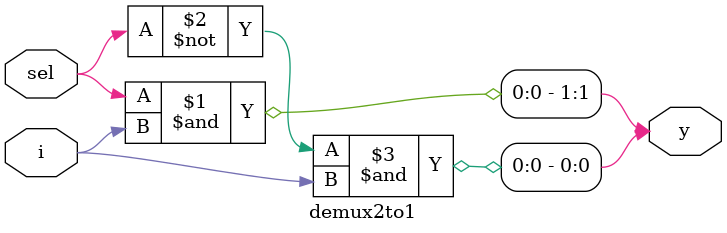
<source format=v>
module demux2to1
(input i,sel,
output [1:0]y);

assign y[1] = sel&i;
assign y[0] = ~sel&i;

endmodule 
</source>
